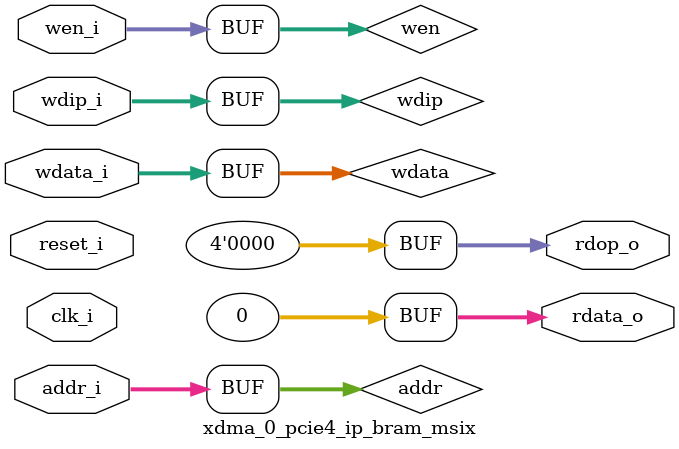
<source format=v>
`timescale 1ps/1ps

(* DowngradeIPIdentifiedWarnings = "yes" *)
module xdma_0_pcie4_ip_bram_msix #(

  parameter           TCQ = 100
, parameter           TO_RAM_PIPELINE="FALSE"
, parameter           FROM_RAM_PIPELINE="FALSE"
, parameter           MSIX_CAP_TABLE_SIZE=11'h0
, parameter           MSIX_TABLE_RAM_ENABLE="FALSE"

  ) (

  input  wire         clk_i,
  input  wire         reset_i,

  input  wire  [12:0] addr_i,
  input  wire  [31:0] wdata_i,
  input  wire   [3:0] wdip_i,
  input  wire   [3:0] wen_i,
  output wire  [31:0] rdata_o,
  output wire   [3:0] rdop_o

  );

  // WIP : Use Total number of functions (PFs + VFs) to calculate the NUM_BRAM_4K
  localparam integer NUM_BRAM_4K = (MSIX_TABLE_RAM_ENABLE == "TRUE") ? 8 : 0 ;
 

  reg          [12:0] addr;
  reg          [12:0] addr_p0;
  reg          [12:0] addr_p1;
  reg          [31:0] wdata;
  reg           [3:0] wdip;
  reg           [3:0] wen;
  reg          [31:0] reg_rdata;
  reg           [3:0] reg_rdop;
  wire         [31:0] rdata;
  wire          [3:0] rdop;
  genvar              i;
  wire    [(8*4)-1:0] bram_4k_wen;
  wire   [(8*32)-1:0] rdata_t;
  wire    [(8*4)-1:0] rdop_t;

  //
  // Optional input pipe stages
  //
  generate

    if (TO_RAM_PIPELINE == "TRUE") begin : TORAMPIPELINE

      always @(posedge clk_i) begin
     
        if (reset_i) begin

          addr <= #(TCQ) 13'b0;
          wdata <= #(TCQ) 32'b0;
          wdip <= #(TCQ) 4'b0;
          wen <= #(TCQ) 4'b0;

        end else begin

          addr <= #(TCQ) addr_i;
          wdata <= #(TCQ) wdata_i;
          wdip <= #(TCQ) wdip_i;
          wen <= #(TCQ) wen_i;

        end

      end

    end else begin : NOTORAMPIPELINE

      always @(*) begin

          addr = addr_i;
          wdata = wdata_i;
          wdip = wdip_i;
          wen = wen_i;

      end


    end

  endgenerate

  // 
  // Address pipeline
  //
  always @(posedge clk_i) begin
     
    if (reset_i) begin

      addr_p0 <= #(TCQ) 13'b0;
      addr_p1 <= #(TCQ) 13'b0;

    end else begin

      addr_p0 <= #(TCQ) addr;
      addr_p1 <= #(TCQ) addr_p0;

    end

  end

  //
  // Optional output pipe stages
  //
  generate

    if (FROM_RAM_PIPELINE == "TRUE") begin : FRMRAMPIPELINE


      always @(posedge clk_i) begin
     
        if (reset_i) begin

          reg_rdata <= #(TCQ) 32'b0;
          reg_rdop <= #(TCQ) 4'b0;

        end else begin

          case (addr_p1[12:10]) 
            3'b000 : begin
              reg_rdata <= #(TCQ) rdata_t[(32*(0))+31:(32*(0))+0];
              reg_rdop <= #(TCQ) rdop_t[(4*(0))+3:(4*(0))+0];
            end
            3'b001 : begin
              reg_rdata <= #(TCQ) rdata_t[(32*(1))+31:(32*(1))+0];
              reg_rdop <= #(TCQ) rdop_t[(4*(1))+3:(4*(1))+0];
            end
            3'b010 : begin
              reg_rdata <= #(TCQ) rdata_t[(32*(2))+31:(32*(2))+0];
              reg_rdop <= #(TCQ) rdop_t[(4*(2))+3:(4*(2))+0];
            end
            3'b011 : begin
              reg_rdata <= #(TCQ) rdata_t[(32*(3))+31:(32*(3))+0];
              reg_rdop <= #(TCQ) rdop_t[(4*(3))+3:(4*(3))+0];
            end
            3'b100 : begin
              reg_rdata <= #(TCQ) rdata_t[(32*(4))+31:(32*(4))+0];
              reg_rdop <= #(TCQ) rdop_t[(4*(4))+3:(4*(4))+0];
            end
            3'b101 : begin
              reg_rdata <= #(TCQ) rdata_t[(32*(5))+31:(32*(5))+0];
              reg_rdop <= #(TCQ) rdop_t[(4*(5))+3:(4*(5))+0];
            end
            3'b110 : begin
              reg_rdata <= #(TCQ) rdata_t[(32*(6))+31:(32*(6))+0];
              reg_rdop <= #(TCQ) rdop_t[(4*(6))+3:(4*(6))+0];
            end
            3'b111 : begin
              reg_rdata <= #(TCQ) rdata_t[(32*(7))+31:(32*(7))+0];
              reg_rdop <= #(TCQ) rdop_t[(4*(7))+3:(4*(7))+0];
            end
          endcase

        end

      end

    end else begin : NOFRMRAMPIPELINE

      always @(*) begin

          case (addr_p1[12:10]) 
            3'b000 : begin
              reg_rdata <= #(TCQ) rdata_t[(32*(0))+31:(32*(0))+0];
              reg_rdop <= #(TCQ) rdop_t[(4*(0))+3:(4*(0))+0];
            end
            3'b001 : begin
              reg_rdata <= #(TCQ) rdata_t[(32*(1))+31:(32*(1))+0];
              reg_rdop <= #(TCQ) rdop_t[(4*(1))+3:(4*(1))+0];
            end
            3'b010 : begin
              reg_rdata <= #(TCQ) rdata_t[(32*(2))+31:(32*(2))+0];
              reg_rdop <= #(TCQ) rdop_t[(4*(2))+3:(4*(2))+0];
            end
            3'b011 : begin
              reg_rdata <= #(TCQ) rdata_t[(32*(3))+31:(32*(3))+0];
              reg_rdop <= #(TCQ) rdop_t[(4*(3))+3:(4*(3))+0];
            end
            3'b100 : begin
              reg_rdata <= #(TCQ) rdata_t[(32*(4))+31:(32*(4))+0];
              reg_rdop <= #(TCQ) rdop_t[(4*(4))+3:(4*(4))+0];
            end
            3'b101 : begin
              reg_rdata <= #(TCQ) rdata_t[(32*(5))+31:(32*(5))+0];
              reg_rdop <= #(TCQ) rdop_t[(4*(5))+3:(4*(5))+0];
            end
            3'b110 : begin
              reg_rdata <= #(TCQ) rdata_t[(32*(6))+31:(32*(6))+0];
              reg_rdop <= #(TCQ) rdop_t[(4*(6))+3:(4*(6))+0];
            end
            3'b111 : begin
              reg_rdata <= #(TCQ) rdata_t[(32*(7))+31:(32*(7))+0];
              reg_rdop <= #(TCQ) rdop_t[(4*(7))+3:(4*(7))+0];
            end
          endcase

      end

    end
  
  endgenerate

  assign rdata_o = (MSIX_TABLE_RAM_ENABLE == "TRUE") ?  reg_rdata : 32'h0;
  assign rdop_o = (MSIX_TABLE_RAM_ENABLE == "TRUE") ? reg_rdop : 4'h0;

  generate 
  
    for (i=0; i<NUM_BRAM_4K; i=i+1) begin : BRAM4K

      xdma_0_pcie4_ip_bram_4k_int #(
          .TCQ(TCQ)
        )
        bram_4k_int (
    
          .clk_i (clk_i),
          .reset_i (reset_i),
    
          .addr_i(addr[9:0]),
          .wdata_i(wdata),
          .wdip_i(wdip),
          .wen_i(bram_4k_wen[(4*(i))+3:(4*(i))+0]),
          .rdata_o(rdata_t[(32*i)+31:(32*i)+0]),
          .rdop_o(rdop_t[(4*i)+3:(4*i)+0]),
          .baddr_i(10'b0),
          .brdata_o()

      );
      assign bram_4k_wen[(4*(i))+3:(4*(i))+0] = wen & {4{(i == addr[12:10])}};  
      
    end

  endgenerate

endmodule

</source>
